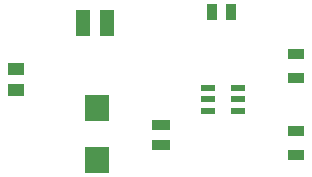
<source format=gtp>
G04*
G04 #@! TF.GenerationSoftware,Altium Limited,Altium Designer,20.0.9 (164)*
G04*
G04 Layer_Color=8421504*
%FSLAX25Y25*%
%MOIN*%
G70*
G01*
G75*
%ADD15R,0.03780X0.05472*%
%ADD16R,0.04528X0.02362*%
%ADD17R,0.05118X0.08661*%
%ADD18R,0.08465X0.08661*%
%ADD19R,0.05700X0.04400*%
%ADD20R,0.05866X0.03780*%
%ADD21R,0.05709X0.03740*%
D15*
X136311Y214500D02*
D03*
X142689D02*
D03*
D16*
X144921Y189240D02*
D03*
Y185500D02*
D03*
Y181760D02*
D03*
X135079D02*
D03*
Y185500D02*
D03*
Y189240D02*
D03*
D17*
X93232Y211000D02*
D03*
X101500D02*
D03*
D18*
X98000Y182661D02*
D03*
Y165339D02*
D03*
D19*
X71000Y195700D02*
D03*
Y188500D02*
D03*
D20*
X119500Y170193D02*
D03*
Y176807D02*
D03*
D21*
X164500Y192563D02*
D03*
Y200437D02*
D03*
Y167063D02*
D03*
Y174937D02*
D03*
M02*

</source>
